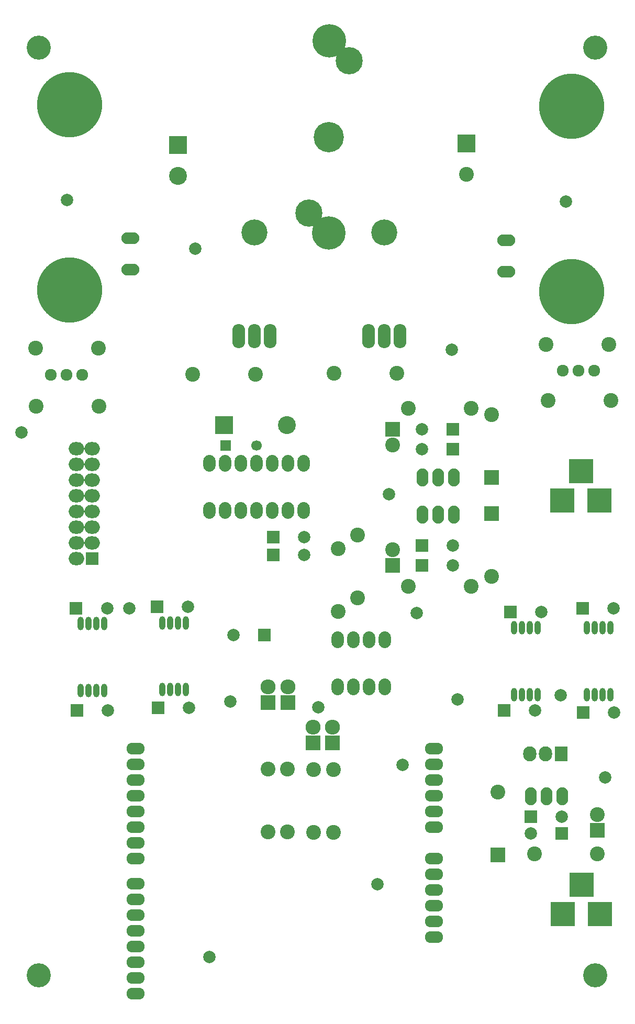
<source format=gbs>
G04 #@! TF.FileFunction,Soldermask,Bot*
%FSLAX45Y45*%
G04 Gerber Fmt 4.5, Leading zero omitted, Abs format (unit mm)*
G04 Created by KiCad (PCBNEW 4.0.4+e1-6308~48~ubuntu16.04.1-stable) date Mon Sep 19 20:15:37 2016*
%MOMM*%
%LPD*%
G01*
G04 APERTURE LIST*
%ADD10C,0.100000*%
%ADD11O,1.000000X2.200000*%
%ADD12C,2.000000*%
%ADD13O,2.940000X1.924000*%
%ADD14C,2.900000*%
%ADD15R,2.900000X2.900000*%
%ADD16C,2.398980*%
%ADD17O,1.901140X2.899360*%
%ADD18R,1.700000X1.700000*%
%ADD19C,1.700000*%
%ADD20C,10.560000*%
%ADD21R,3.900120X3.900120*%
%ADD22R,2.398980X2.398980*%
%ADD23O,2.000000X2.700000*%
%ADD24R,2.127200X2.432000*%
%ADD25O,2.127200X2.432000*%
%ADD26R,2.432000X2.432000*%
%ADD27O,2.432000X2.432000*%
%ADD28R,2.400000X2.400000*%
%ADD29C,2.400000*%
%ADD30C,1.924000*%
%ADD31O,2.899360X1.901140*%
%ADD32O,2.099260X3.900120*%
%ADD33C,4.199840*%
%ADD34R,2.127200X2.127200*%
%ADD35O,2.500000X2.127200*%
%ADD36R,2.000000X2.000000*%
%ADD37C,3.900120*%
%ADD38C,5.400000*%
%ADD39C,4.400000*%
%ADD40C,4.900000*%
G04 APERTURE END LIST*
D10*
D11*
X2967000Y-11450000D03*
X3094000Y-11450000D03*
X3221000Y-11450000D03*
X3348000Y-11450000D03*
X3348000Y-12530000D03*
X3221000Y-12530000D03*
X3094000Y-12530000D03*
X2967000Y-12530000D03*
D12*
X8407400Y-11277600D03*
X6813000Y-12805000D03*
X3760320Y-11203720D03*
X10734000Y-12609000D03*
X11454000Y-13939000D03*
X5049000Y-16842000D03*
X7769000Y-15668000D03*
X8175000Y-13733000D03*
X5392000Y-12713000D03*
X9063000Y-12676000D03*
X10820440Y-4625040D03*
X2748320Y-4604720D03*
X7960400Y-9359600D03*
X8976400Y-7022800D03*
X2010600Y-8363200D03*
D13*
X8688070Y-13474192D03*
X8688070Y-13728192D03*
X8688070Y-13982192D03*
X8688070Y-14744192D03*
X8688070Y-14490192D03*
X8688070Y-14236192D03*
X8688070Y-15252192D03*
X8688070Y-15506192D03*
X8688070Y-15760192D03*
X8688070Y-16268192D03*
X8688070Y-16522192D03*
X3862070Y-13474192D03*
X3862070Y-13728192D03*
X3862070Y-13982192D03*
X3862070Y-14236192D03*
X3862070Y-14490192D03*
X3862070Y-14744192D03*
X3862070Y-14998192D03*
X3862070Y-15252192D03*
X3862070Y-15658592D03*
X3862070Y-15912592D03*
X3862070Y-16166592D03*
X3862070Y-16420592D03*
X3862070Y-16674592D03*
X3862070Y-16928592D03*
X3862070Y-17182592D03*
X3862070Y-17436592D03*
X8688070Y-16014192D03*
D14*
X6302820Y-8237596D03*
D15*
X5286820Y-8237596D03*
D16*
X7137400Y-10236200D03*
X7137400Y-11252200D03*
X7447280Y-10022840D03*
X7447280Y-11038840D03*
D17*
X8753040Y-9089840D03*
X9007040Y-9089840D03*
X8499040Y-9089840D03*
D18*
X5314760Y-8570590D03*
D19*
X5814760Y-8570590D03*
D20*
X10911840Y-3083560D03*
X10911840Y-6080760D03*
X2789428Y-3055620D03*
X2789428Y-6052820D03*
D21*
X10759986Y-9460000D03*
X11359934Y-9460000D03*
X11059960Y-8990100D03*
X10770362Y-16145256D03*
X11370310Y-16145256D03*
X11070336Y-15675356D03*
D16*
X9613294Y-10685840D03*
D22*
X9613294Y-9669840D03*
D16*
X9612786Y-8073840D03*
D22*
X9612786Y-9089840D03*
D16*
X9713722Y-14178280D03*
D22*
X9713722Y-15194280D03*
D23*
X5054410Y-9618340D03*
X5308410Y-9618340D03*
X5562410Y-9618340D03*
X5816410Y-9618340D03*
X6070410Y-9618340D03*
X6324410Y-9618340D03*
X6578410Y-9618340D03*
X6578410Y-8856340D03*
X6324410Y-8856340D03*
X6070410Y-8856340D03*
X5816410Y-8856340D03*
X5562410Y-8856340D03*
X5308410Y-8856340D03*
X5054410Y-8856340D03*
D17*
X8753040Y-9689840D03*
X9007040Y-9689840D03*
X8499040Y-9689840D03*
X10502916Y-14247360D03*
X10248916Y-14247360D03*
X10756916Y-14247360D03*
D24*
X10742916Y-13557360D03*
D25*
X10488916Y-13557360D03*
X10234916Y-13557360D03*
D26*
X6002020Y-12729210D03*
D27*
X6002020Y-12475210D03*
D26*
X7043928Y-13383006D03*
D27*
X7043928Y-13129006D03*
D26*
X6319520Y-12729210D03*
D27*
X6319520Y-12475210D03*
D26*
X6726428Y-13383006D03*
D27*
X6726428Y-13129006D03*
D28*
X8013040Y-10509840D03*
D29*
X8013040Y-10255840D03*
D28*
X8013040Y-8309840D03*
D29*
X8013040Y-8563840D03*
D28*
X11327916Y-14792360D03*
D29*
X11327916Y-14538360D03*
D23*
X7131050Y-12476480D03*
X7385050Y-12476480D03*
X7639050Y-12476480D03*
X7893050Y-12476480D03*
X7893050Y-11714480D03*
X7639050Y-11714480D03*
X7385050Y-11714480D03*
X7131050Y-11714480D03*
D30*
X11019790Y-7362190D03*
X10765790Y-7362190D03*
X11273790Y-7362190D03*
X2738882Y-7426198D03*
X2484882Y-7426198D03*
X2992882Y-7426198D03*
D16*
X8273040Y-10849840D03*
X9289040Y-10849840D03*
X8273040Y-7969840D03*
X9289040Y-7969840D03*
D31*
X9850120Y-5760720D03*
X9850120Y-5252720D03*
X3774440Y-5222240D03*
X3774440Y-5730240D03*
D16*
X11329416Y-15173960D03*
X10313416Y-15173960D03*
X8080000Y-7400000D03*
X7064000Y-7400000D03*
X4780000Y-7420000D03*
X5796000Y-7420000D03*
X5997448Y-14818106D03*
X5997448Y-13802106D03*
X7056628Y-14830806D03*
X7056628Y-13814806D03*
X6314948Y-14818106D03*
X6314948Y-13802106D03*
X6739128Y-14830806D03*
X6739128Y-13814806D03*
X10500360Y-6939280D03*
X11516360Y-6939280D03*
X11544808Y-7845552D03*
X10528808Y-7845552D03*
X3259582Y-6994398D03*
X2243582Y-6994398D03*
X2249170Y-7937754D03*
X3265170Y-7937754D03*
D29*
X9210040Y-4188080D03*
D15*
X9210040Y-3688080D03*
D14*
X4546600Y-4208400D03*
D15*
X4546600Y-3708400D03*
D32*
X7880000Y-6800000D03*
X7626000Y-6800000D03*
X8134000Y-6800000D03*
D33*
X7880000Y-5123600D03*
D32*
X5780000Y-6800000D03*
X5526000Y-6800000D03*
X6034000Y-6800000D03*
D33*
X5780000Y-5123600D03*
D12*
X4826000Y-5384800D03*
D11*
X4294500Y-11437500D03*
X4421500Y-11437500D03*
X4548500Y-11437500D03*
X4675500Y-11437500D03*
X4675500Y-12517500D03*
X4548500Y-12517500D03*
X4421500Y-12517500D03*
X4294500Y-12517500D03*
X9982000Y-11520000D03*
X10109000Y-11520000D03*
X10236000Y-11520000D03*
X10363000Y-11520000D03*
X10363000Y-12600000D03*
X10236000Y-12600000D03*
X10109000Y-12600000D03*
X9982000Y-12600000D03*
X11159500Y-11520000D03*
X11286500Y-11520000D03*
X11413500Y-11520000D03*
X11540500Y-11520000D03*
X11540500Y-12600000D03*
X11413500Y-12600000D03*
X11286500Y-12600000D03*
X11159500Y-12600000D03*
D34*
X3156712Y-10401300D03*
D35*
X2902712Y-10401300D03*
X3156712Y-10147300D03*
X2902712Y-10147300D03*
X3156712Y-9893300D03*
X2902712Y-9893300D03*
X3156712Y-9639300D03*
X2902712Y-9639300D03*
X3156712Y-9385300D03*
X2902712Y-9385300D03*
X3156712Y-9131300D03*
X2902712Y-9131300D03*
X3156712Y-8877300D03*
X2902712Y-8877300D03*
X3156712Y-8623300D03*
X2902712Y-8623300D03*
D36*
X5938520Y-11633200D03*
D12*
X5438520Y-11633200D03*
D36*
X11096000Y-12888000D03*
D12*
X11596000Y-12888000D03*
D36*
X2897500Y-11202500D03*
D12*
X3397500Y-11202500D03*
D36*
X2907500Y-12857500D03*
D12*
X3407500Y-12857500D03*
D36*
X11092500Y-11205000D03*
D12*
X11592500Y-11205000D03*
D36*
X9817500Y-12857500D03*
D12*
X10317500Y-12857500D03*
D36*
X9917500Y-11265000D03*
D12*
X10417500Y-11265000D03*
D36*
X4222500Y-12815000D03*
D12*
X4722500Y-12815000D03*
D36*
X4205000Y-11177500D03*
D12*
X4705000Y-11177500D03*
D36*
X10752916Y-14847360D03*
D12*
X10252916Y-14847360D03*
D36*
X10252916Y-14572360D03*
D12*
X10752916Y-14572360D03*
D36*
X8993040Y-8309840D03*
D12*
X8493040Y-8309840D03*
D36*
X8993040Y-8629840D03*
D12*
X8493040Y-8629840D03*
D36*
X8493040Y-10509840D03*
D12*
X8993040Y-10509840D03*
D36*
X8493040Y-10189840D03*
D12*
X8993040Y-10189840D03*
D37*
X2295892Y-17140874D03*
X2295892Y-2140904D03*
X11295874Y-2140904D03*
X11295874Y-17140874D03*
D38*
X6990080Y-2030060D03*
X6985000Y-5136480D03*
D39*
X7312660Y-2350100D03*
X6662420Y-4813900D03*
D40*
X6985000Y-3582000D03*
D36*
X6081840Y-10343510D03*
D12*
X6581840Y-10343510D03*
D36*
X6081840Y-10053950D03*
D12*
X6581840Y-10053950D03*
M02*

</source>
